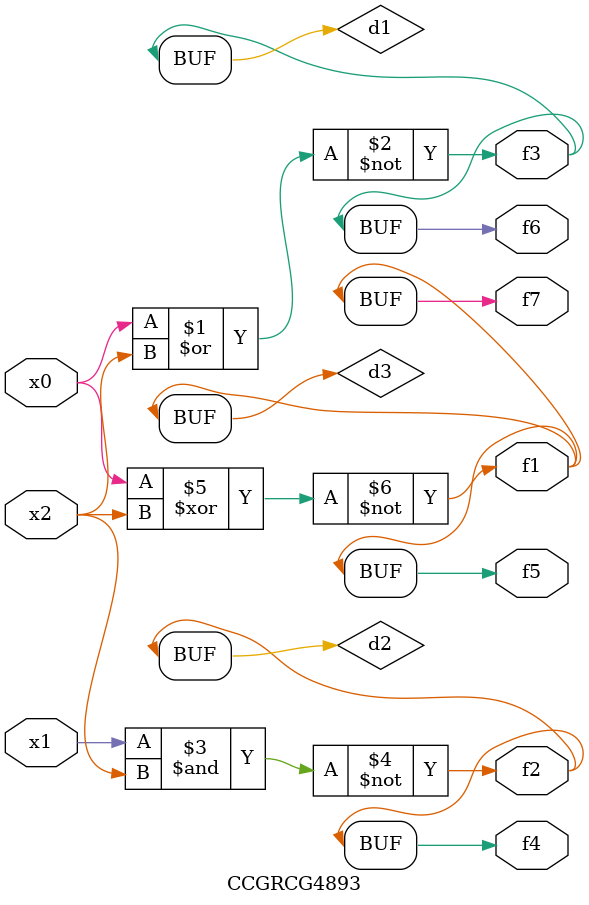
<source format=v>
module CCGRCG4893(
	input x0, x1, x2,
	output f1, f2, f3, f4, f5, f6, f7
);

	wire d1, d2, d3;

	nor (d1, x0, x2);
	nand (d2, x1, x2);
	xnor (d3, x0, x2);
	assign f1 = d3;
	assign f2 = d2;
	assign f3 = d1;
	assign f4 = d2;
	assign f5 = d3;
	assign f6 = d1;
	assign f7 = d3;
endmodule

</source>
